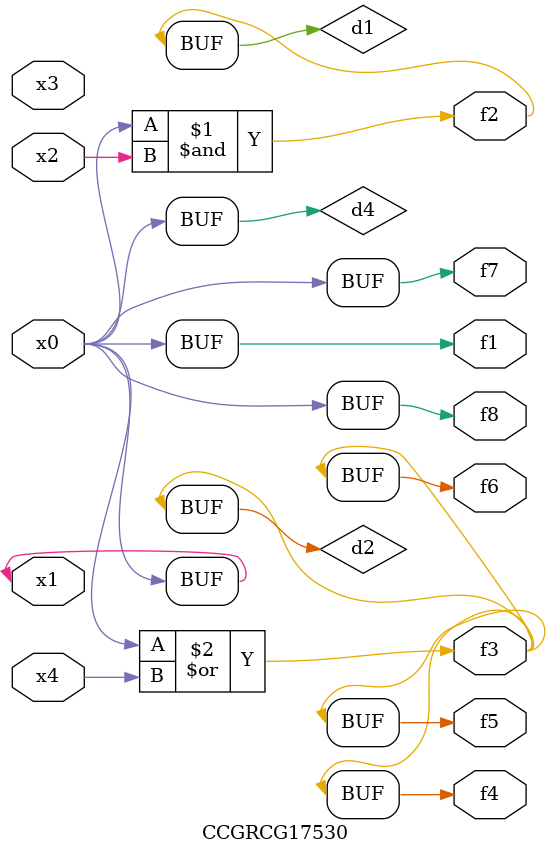
<source format=v>
module CCGRCG17530(
	input x0, x1, x2, x3, x4,
	output f1, f2, f3, f4, f5, f6, f7, f8
);

	wire d1, d2, d3, d4;

	and (d1, x0, x2);
	or (d2, x0, x4);
	nand (d3, x0, x2);
	buf (d4, x0, x1);
	assign f1 = d4;
	assign f2 = d1;
	assign f3 = d2;
	assign f4 = d2;
	assign f5 = d2;
	assign f6 = d2;
	assign f7 = d4;
	assign f8 = d4;
endmodule

</source>
